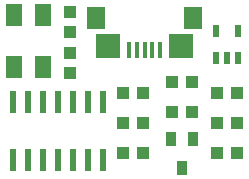
<source format=gtp>
G75*
%MOIN*%
%OFA0B0*%
%FSLAX25Y25*%
%IPPOS*%
%LPD*%
%AMOC8*
5,1,8,0,0,1.08239X$1,22.5*
%
%ADD10R,0.04331X0.03937*%
%ADD11R,0.03937X0.04331*%
%ADD12R,0.03543X0.04724*%
%ADD13R,0.02200X0.07800*%
%ADD14R,0.05512X0.07480*%
%ADD15R,0.02067X0.04429*%
%ADD16R,0.08268X0.07874*%
%ADD17R,0.06299X0.07480*%
%ADD18R,0.01575X0.05315*%
D10*
X0043298Y0051106D03*
X0049991Y0051106D03*
X0074548Y0051106D03*
X0081241Y0051106D03*
X0081241Y0061106D03*
X0074548Y0061106D03*
D11*
X0066241Y0064856D03*
X0059548Y0064856D03*
X0049991Y0061106D03*
X0043298Y0061106D03*
X0059548Y0054856D03*
X0066241Y0054856D03*
X0074548Y0041106D03*
X0081241Y0041106D03*
X0049991Y0041106D03*
X0043298Y0041106D03*
X0025394Y0067759D03*
X0025394Y0074452D03*
X0025394Y0081509D03*
X0025394Y0088202D03*
D12*
X0059154Y0045830D03*
X0066634Y0045830D03*
X0062894Y0036381D03*
D13*
X0006644Y0038906D03*
X0011644Y0038906D03*
X0016644Y0038906D03*
X0021644Y0038906D03*
X0026644Y0038906D03*
X0031644Y0038906D03*
X0036644Y0038906D03*
X0036644Y0058306D03*
X0031644Y0058306D03*
X0026644Y0058306D03*
X0021644Y0058306D03*
X0016644Y0058306D03*
X0011644Y0058306D03*
X0006644Y0058306D03*
D14*
X0006920Y0069944D03*
X0016369Y0069944D03*
X0016369Y0087267D03*
X0006920Y0087267D03*
D15*
X0074154Y0081883D03*
X0081634Y0081883D03*
X0081634Y0072828D03*
X0077894Y0072828D03*
X0074154Y0072828D03*
D16*
X0062599Y0076854D03*
X0038189Y0076854D03*
D17*
X0034252Y0086106D03*
X0066536Y0086106D03*
D18*
X0055512Y0075574D03*
X0052953Y0075574D03*
X0050394Y0075574D03*
X0047835Y0075574D03*
X0045276Y0075574D03*
M02*

</source>
